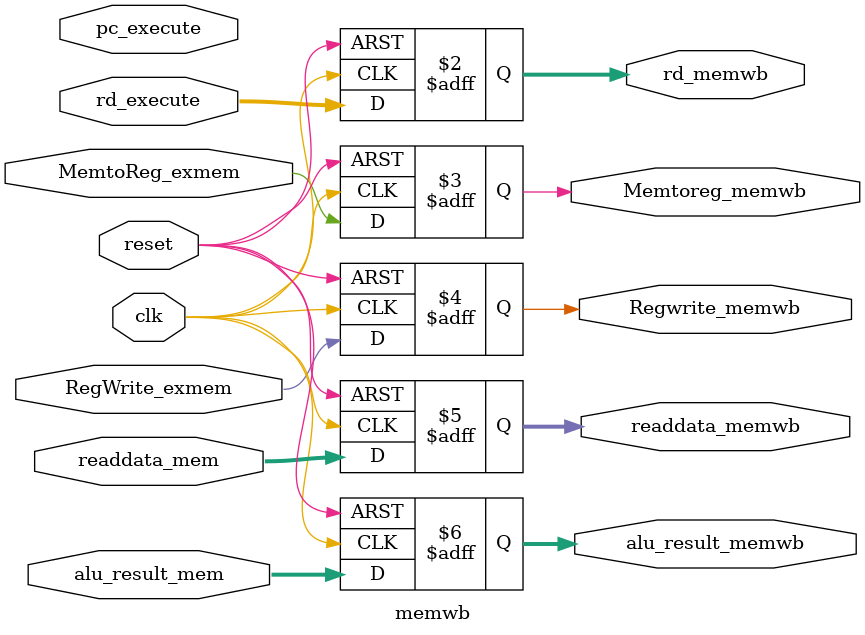
<source format=v>
module memwb( 
    input clk,
    input reset,
    input MemtoReg_exmem,
    input RegWrite_exmem,
    input [63:0] pc_execute,
    input [63:0] readdata_mem,
    input [63:0] alu_result_mem,
    input [4:0] rd_execute, 

    output reg [4:0] rd_memwb, 
    output reg Memtoreg_memwb, 
    output reg Regwrite_memwb,
    output reg [63:0] readdata_memwb,
    output reg [63:0] alu_result_memwb
);

always @(posedge clk or posedge reset) begin
    if (reset) begin
        rd_memwb <= 5'b0;
        Memtoreg_memwb <= 1'b0;
        Regwrite_memwb <= 1'b0;
        readdata_memwb <= 64'b0;
        alu_result_memwb <= 64'b0;
    end 
    else begin
        rd_memwb <= rd_execute;
        Memtoreg_memwb <= MemtoReg_exmem;
        Regwrite_memwb <= RegWrite_exmem;
        readdata_memwb <= readdata_mem;
        alu_result_memwb <= alu_result_mem;
    end
end

endmodule

</source>
